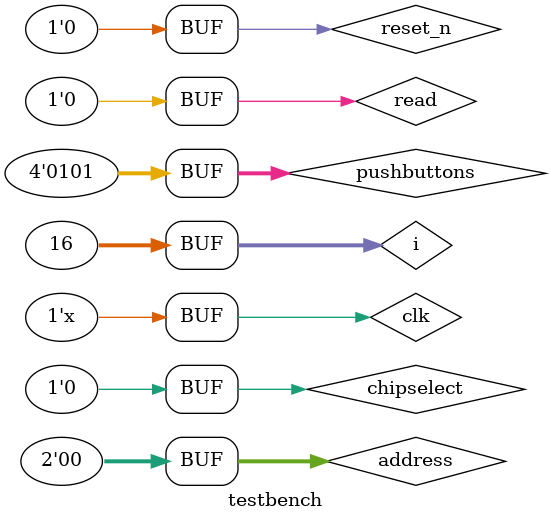
<source format=v>
`timescale 1ns / 1ps

module testbench ();

	reg [1:0] address;
	reg chipselect;
	reg clk;
	reg reset_n;
	reg read;
	reg [3:0] pushbuttons;
	wire [31:0] readdata;
	
	integer i = 0;

PushbuttonReader T1 (address, chipselect, clk, reset_n, read, pushbuttons, readdata);

	always
		#10 clk <= ~clk;

	initial 
		begin
			clk <= 1'b0;
			address <= 2'b0;
			chipselect <= 1'b0;
			reset_n <= 1'b0;
			pushbuttons <= 4'b0;
			read <= 1'b0;
			#15 reset_n <= 1;
			#15 chipselect = 1'b1;
			read <= 1'b1;
			
			for(i = 0; i < 16; i = i + 1)
			begin
				#20 pushbuttons <= pushbuttons + 1;
			end
			
			#20 chipselect <= 1'b0;
			read <= 1'b0;
			pushbuttons <= 4'b1010;
			#20 pushbuttons <= 4'b0101;
			#20 reset_n <= 0;
		end
	
endmodule 
</source>
